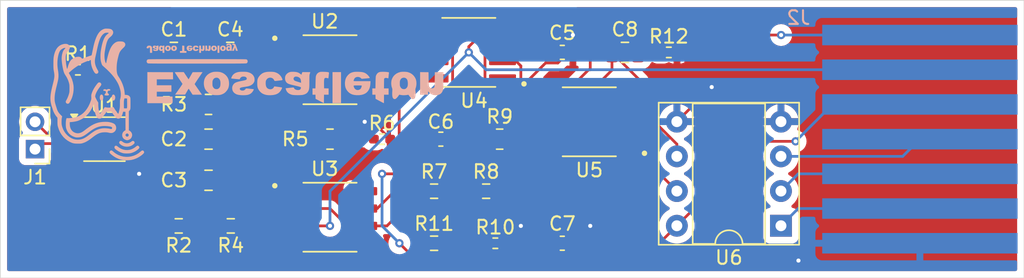
<source format=kicad_pcb>
(kicad_pcb (version 20240108) (generator "pcbnew") (generator_version "8.0")
  (layers (0 "F.Cu" signal) (31 "B.Cu" signal) (34 "B.Paste" user) (35 "F.Paste" user) (36 "B.SilkS" user "B.Silkscreen") (37 "F.SilkS" user "F.Silkscreen") (38 "B.Mask" user) (39 "F.Mask" user) (44 "Edge.Cuts" user))
  (net 0 "")
  (net 1 "Net-(C1-Pad2)")
  (net 2 "Net-(C1-Pad1)")
  (net 3 "Net-(U2--)")
  (net 4 "Net-(C2-Pad1)")
  (net 5 "Net-(U3-+)")
  (net 6 "GND")
  (net 7 "Net-(U4-+)")
  (net 8 "Net-(C6-Pad2)")
  (net 9 "Net-(C6-Pad1)")
  (net 10 "Net-(U5-+)")
  (net 11 "Net-(U6-P0W)")
  (net 12 "Out")
  (net 13 "Electrode")
  (net 14 "Ref_Electrode")
  (net 15 "CKL")
  (net 16 "Vss")
  (net 17 "SDI")
  (net 18 "CS")
  (net 19 "Vdd")
  (net 20 "Net-(R1-Pad1)")
  (net 21 "Net-(R1-Pad2)")
  (net 22 "Net-(U3--)")
  (net 23 "Net-(U2-+)")
  (net 24 "Net-(U4--)")
  (net 35 "Net-(U5--)")
  (footprint "Package_DIP:DIP-8_W7.62mm_Socket" (layer "F.Cu") (at 134.61 87.62 180)
    (property "Reference" "U6" (at 3.81 -2.33 0) (layer "F.SilkS"))
    (property "Value" "MCP4161" (hide yes))
    (pad "1" thru_hole rect (at 0 0 180) (size 1.6 1.6) (drill 0.8) (layers "*.Cu" "*.Mask") (net 18 "CS"))
    (pad "2" thru_hole oval (at 0 2.54 180) (size 1.6 1.6) (drill 0.8) (layers "*.Cu" "*.Mask") (net 15 "CKL"))
    (pad "3" thru_hole oval (at 0 5.08 180) (size 1.6 1.6) (drill 0.8) (layers "*.Cu" "*.Mask") (net 17 "SDI"))
    (pad "4" thru_hole oval (at 0 7.62 180) (size 1.6 1.6) (drill 0.8) (layers "*.Cu" "*.Mask") (net 6 "GND"))
    (pad "5" thru_hole oval (at 7.62 7.62 180) (size 1.6 1.6) (drill 0.8) (layers "*.Cu" "*.Mask") (net 6 "GND"))
    (pad "6" thru_hole oval (at 7.62 5.08 180) (size 1.6 1.6) (drill 0.8) (layers "*.Cu" "*.Mask") (net 11 "Net-(U6-P0W)"))
    (pad "7" thru_hole oval (at 7.62 2.54 180) (size 1.6 1.6) (drill 0.8) (layers "*.Cu" "*.Mask") (net 35 "Net-(U5--)"))
    (pad "8" thru_hole oval (at 7.62 0 180) (size 1.6 1.6) (drill 0.8) (layers "*.Cu" "*.Mask") (net 19 "Vdd"))
  )
  (footprint "Capacitor_SMD:C_0603_1608Metric" (layer "F.Cu") (at 118.605 88.9)
    (property "Reference" "C7" (at 0 -1.43 0) (layer "F.SilkS"))
    (property "Value" "0.22uF" (hide yes))
    (pad "1" smd roundrect (at -0.775 0) (size 0.9 0.95) (layers "F.Cu" "F.Paste" "F.Mask") (net 10 "Net-(U5-+)"))
    (pad "2" smd roundrect (at 0.775 0) (size 0.9 0.95) (layers "F.Cu" "F.Paste" "F.Mask") (net 6 "GND"))
  )
  (footprint "Package_SO:VSSOP-8_3x3mm_P0.65mm" (layer "F.Cu") (at 85.09 81.28)
    (property "Reference" "U1" (at 0 -2.45 0) (layer "F.SilkS"))
    (property "Value" "INA823" (hide yes))
    (pad "1" smd roundrect (at -2.1125 -0.975) (size 1.625 0.5) (layers "F.Cu" "F.Paste" "F.Mask") (net 20 "Net-(R1-Pad1)"))
    (pad "2" smd roundrect (at -2.1125 -0.325) (size 1.625 0.5) (layers "F.Cu" "F.Paste" "F.Mask") (net 14 "Ref_Electrode"))
    (pad "3" smd roundrect (at -2.1125 0.325) (size 1.625 0.5) (layers "F.Cu" "F.Paste" "F.Mask") (net 13 "Electrode"))
    (pad "4" smd roundrect (at -2.1125 0.975) (size 1.625 0.5) (layers "F.Cu" "F.Paste" "F.Mask") (net 16 "Vss"))
    (pad "5" smd roundrect (at 2.1125 0.975) (size 1.625 0.5) (layers "F.Cu" "F.Paste" "F.Mask") (net 6 "GND"))
    (pad "6" smd roundrect (at 2.1125 0.325) (size 1.625 0.5) (layers "F.Cu" "F.Paste" "F.Mask") (net 2 "Net-(C1-Pad1)"))
    (pad "7" smd roundrect (at 2.1125 -0.325) (size 1.625 0.5) (layers "F.Cu" "F.Paste" "F.Mask") (net 19 "Vdd"))
    (pad "8" smd roundrect (at 2.1125 -0.975) (size 1.625 0.5) (layers "F.Cu" "F.Paste" "F.Mask") (net 21 "Net-(R1-Pad2)"))
  )
  (footprint "Capacitor_SMD:C_0805_2012Metric" (layer "F.Cu") (at 92.71 84.29)
    (property "Reference" "C3" (at -2.54 0 0) (layer "F.SilkS"))
    (property "Value" "1uF" (hide yes))
    (pad "1" smd roundrect (at -0.95 0) (size 1 1.45) (layers "F.Cu" "F.Paste" "F.Mask") (net 4 "Net-(C2-Pad1)"))
    (pad "2" smd roundrect (at 0.95 0) (size 1 1.45) (layers "F.Cu" "F.Paste" "F.Mask") (net 3 "Net-(U2--)"))
  )
  (footprint "Capacitor_SMD:C_0805_2012Metric" (layer "F.Cu") (at 92.71 81.28)
    (property "Reference" "C2" (at -2.54 0 0) (layer "F.SilkS"))
    (property "Value" "1uF" (hide yes))
    (pad "1" smd roundrect (at -0.95 0) (size 1 1.45) (layers "F.Cu" "F.Paste" "F.Mask") (net 4 "Net-(C2-Pad1)"))
    (pad "2" smd roundrect (at 0.95 0) (size 1 1.45) (layers "F.Cu" "F.Paste" "F.Mask") (net 3 "Net-(U2--)"))
  )
  (footprint "Capacitor_SMD:C_0805_2012Metric" (layer "F.Cu") (at 90.17 74.93)
    (property "Reference" "C1" (at 0 -1.68 0) (layer "F.SilkS"))
    (property "Value" "1uF" (hide yes))
    (pad "1" smd roundrect (at -0.95 0) (size 1 1.45) (layers "F.Cu" "F.Paste" "F.Mask") (net 2 "Net-(C1-Pad1)"))
    (pad "2" smd roundrect (at 0.95 0) (size 1 1.45) (layers "F.Cu" "F.Paste" "F.Mask") (net 1 "Net-(C1-Pad2)"))
  )
  (footprint "LF356M:SOIC127P599X175-8N" (layer "F.Cu") (at 101.6 86.995)
    (property "Reference" "U3" (at -0.385 -3.537 0) (layer "F.SilkS"))
    (property "Value" "LF356N" (hide yes))
    (pad "1" smd roundrect (at -2.47 -1.905) (size 1.97 0.6) (layers "F.Cu" "F.Paste" "F.Mask") (roundrect_rratio 0.125))
    (pad "2" smd roundrect (at -2.47 -0.635) (size 1.97 0.6) (layers "F.Cu" "F.Paste" "F.Mask") (roundrect_rratio 0.125) (net 22 "Net-(U3--)"))
    (pad "3" smd roundrect (at -2.47 0.635) (size 1.97 0.6) (layers "F.Cu" "F.Paste" "F.Mask") (roundrect_rratio 0.125) (net 5 "Net-(U3-+)"))
    (pad "4" smd roundrect (at -2.47 1.905) (size 1.97 0.6) (layers "F.Cu" "F.Paste" "F.Mask") (roundrect_rratio 0.125) (net 16 "Vss"))
    (pad "5" smd roundrect (at 2.47 1.905) (size 1.97 0.6) (layers "F.Cu" "F.Paste" "F.Mask") (roundrect_rratio 0.125))
    (pad "6" smd roundrect (at 2.47 0.635) (size 1.97 0.6) (layers "F.Cu" "F.Paste" "F.Mask") (roundrect_rratio 0.125) (net 22 "Net-(U3--)"))
    (pad "7" smd roundrect (at 2.47 -0.635) (size 1.97 0.6) (layers "F.Cu" "F.Paste" "F.Mask") (roundrect_rratio 0.125) (net 19 "Vdd"))
    (pad "8" smd roundrect (at 2.47 -1.905) (size 1.97 0.6) (layers "F.Cu" "F.Paste" "F.Mask") (roundrect_rratio 0.125))
  )
  (footprint "Resistor_SMD:R_0603_1608Metric_Pad0.98x0.95mm_HandSolder" (layer "F.Cu") (at 90.5275 87.63 180)
    (property "Reference" "R2" (at 0 -1.43 0) (layer "F.SilkS"))
    (property "Value" "2640" (hide yes))
    (pad "1" smd roundrect (at -0.9125 0 180) (size 0.975 0.95) (layers "F.Cu" "F.Paste" "F.Mask") (net 4 "Net-(C2-Pad1)"))
    (pad "2" smd roundrect (at 0.9125 0 180) (size 0.975 0.95) (layers "F.Cu" "F.Paste" "F.Mask") (net 2 "Net-(C1-Pad1)"))
  )
  (footprint "Resistor_SMD:R_0402_1005Metric_Pad0.72x0.64mm_HandSolder" (layer "F.Cu") (at 105.41 81.28)
    (property "Reference" "R6" (at 0 -1.17 0) (layer "F.SilkS"))
    (property "Value" "1k" (hide yes))
    (pad "1" smd roundrect (at -0.5975 0) (size 0.715 0.64) (layers "F.Cu" "F.Paste" "F.Mask") (net 23 "Net-(U2-+)"))
    (pad "2" smd roundrect (at 0.5975 0) (size 0.715 0.64) (layers "F.Cu" "F.Paste" "F.Mask") (net 6 "GND"))
  )
  (footprint "Resistor_SMD:R_0402_1005Metric_Pad0.72x0.64mm_HandSolder" (layer "F.Cu") (at 83.1475 76.2)
    (property "Reference" "R1" (at 0 -1.17 0) (layer "F.SilkS"))
    (property "Value" "1k" (hide yes))
    (pad "1" smd roundrect (at -0.5975 0) (size 0.715 0.64) (layers "F.Cu" "F.Paste" "F.Mask") (net 20 "Net-(R1-Pad1)"))
    (pad "2" smd roundrect (at 0.5975 0) (size 0.715 0.64) (layers "F.Cu" "F.Paste" "F.Mask") (net 21 "Net-(R1-Pad2)"))
  )
  (footprint "LF356M:SOIC127P599X175-8N" (layer "F.Cu") (at 101.6 76.2)
    (property "Reference" "U2" (at -0.385 -3.537 0) (layer "F.SilkS"))
    (property "Value" "LF356N" (hide yes))
    (pad "1" smd roundrect (at -2.47 -1.905) (size 1.97 0.6) (layers "F.Cu" "F.Paste" "F.Mask") (roundrect_rratio 0.125))
    (pad "2" smd roundrect (at -2.47 -0.635) (size 1.97 0.6) (layers "F.Cu" "F.Paste" "F.Mask") (roundrect_rratio 0.125) (net 3 "Net-(U2--)"))
    (pad "3" smd roundrect (at -2.47 0.635) (size 1.97 0.6) (layers "F.Cu" "F.Paste" "F.Mask") (roundrect_rratio 0.125) (net 23 "Net-(U2-+)"))
    (pad "4" smd roundrect (at -2.47 1.905) (size 1.97 0.6) (layers "F.Cu" "F.Paste" "F.Mask") (roundrect_rratio 0.125) (net 16 "Vss"))
    (pad "5" smd roundrect (at 2.47 1.905) (size 1.97 0.6) (layers "F.Cu" "F.Paste" "F.Mask") (roundrect_rratio 0.125))
    (pad "6" smd roundrect (at 2.47 0.635) (size 1.97 0.6) (layers "F.Cu" "F.Paste" "F.Mask") (roundrect_rratio 0.125) (net 3 "Net-(U2--)"))
    (pad "7" smd roundrect (at 2.47 -0.635) (size 1.97 0.6) (layers "F.Cu" "F.Paste" "F.Mask") (roundrect_rratio 0.125) (net 19 "Vdd"))
    (pad "8" smd roundrect (at 2.47 -1.905) (size 1.97 0.6) (layers "F.Cu" "F.Paste" "F.Mask") (roundrect_rratio 0.125))
  )
  (footprint "Resistor_SMD:R_0603_1608Metric_Pad0.98x0.95mm_HandSolder" (layer "F.Cu") (at 109.22 88.9)
    (property "Reference" "R11" (at 0 -1.43 0) (layer "F.SilkS"))
    (property "Value" "10k" (hide yes))
    (pad "1" smd roundrect (at -0.9125 0) (size 0.975 0.95) (layers "F.Cu" "F.Paste" "F.Mask") (net 9 "Net-(C6-Pad1)"))
    (pad "2" smd roundrect (at 0.9125 0) (size 0.975 0.95) (layers "F.Cu" "F.Paste" "F.Mask") (net 10 "Net-(U5-+)"))
  )
  (footprint "Capacitor_SMD:C_0805_2012Metric" (layer "F.Cu") (at 94.3 74.93)
    (property "Reference" "C4" (at 0 -1.68 0) (layer "F.SilkS"))
    (property "Value" "1uF" (hide yes))
    (pad "1" smd roundrect (at -0.95 0) (size 1 1.45) (layers "F.Cu" "F.Paste" "F.Mask") (net 1 "Net-(C1-Pad2)"))
    (pad "2" smd roundrect (at 0.95 0) (size 1 1.45) (layers "F.Cu" "F.Paste" "F.Mask") (net 5 "Net-(U3-+)"))
  )
  (footprint "Resistor_SMD:R_0603_1608Metric_Pad0.98x0.95mm_HandSolder" (layer "F.Cu") (at 109.22 85.09)
    (property "Reference" "R7" (at 0 -1.43 0) (layer "F.SilkS"))
    (property "Value" "10k" (hide yes))
    (pad "1" smd roundrect (at -0.9125 0) (size 0.975 0.95) (layers "F.Cu" "F.Paste" "F.Mask") (net 22 "Net-(U3--)"))
    (pad "2" smd roundrect (at 0.9125 0) (size 0.975 0.95) (layers "F.Cu" "F.Paste" "F.Mask") (net 8 "Net-(C6-Pad2)"))
  )
  (footprint "Resistor_SMD:R_0402_1005Metric_Pad0.72x0.64mm_HandSolder" (layer "F.Cu") (at 126.4025 74.93)
    (property "Reference" "R12" (at 0 -1.17 0) (layer "F.SilkS"))
    (property "Value" "150k" (hide yes))
    (pad "1" smd roundrect (at -0.5975 0) (size 0.715 0.64) (layers "F.Cu" "F.Paste" "F.Mask") (net 12 "Out"))
    (pad "2" smd roundrect (at 0.5975 0) (size 0.715 0.64) (layers "F.Cu" "F.Paste" "F.Mask") (net 6 "GND"))
  )
  (footprint "Connector_PinHeader_2.00mm:PinHeader_1x02_P2.00mm_Vertical" (layer "F.Cu") (at 80.01 82.01 180)
    (property "Reference" "J1" (at 0 -2.06 0) (layer "F.SilkS"))
    (property "Value" "Conn_01x02_Pin" (hide yes))
    (pad "1" thru_hole rect (at 0 0 180) (size 1.35 1.35) (drill 0.8) (layers "*.Cu" "*.Mask") (net 13 "Electrode"))
    (pad "2" thru_hole oval (at 0 2 180) (size 1.35 1.35) (drill 0.8) (layers "*.Cu" "*.Mask") (net 14 "Ref_Electrode"))
  )
  (footprint "Resistor_SMD:R_0805_2012Metric_Pad1.20x1.40mm_HandSolder" (layer "F.Cu") (at 101.6 81.28)
    (property "Reference" "R5" (at -2.54 0 0) (layer "F.SilkS"))
    (property "Value" "100" (hide yes))
    (pad "1" smd roundrect (at -1 0) (size 1.2 1.4) (layers "F.Cu" "F.Paste" "F.Mask") (roundrect_rratio 0.208333) (net 22 "Net-(U3--)"))
    (pad "2" smd roundrect (at 1 0) (size 1.2 1.4) (layers "F.Cu" "F.Paste" "F.Mask") (roundrect_rratio 0.208333) (net 23 "Net-(U2-+)"))
  )
  (footprint "Resistor_SMD:R_0603_1608Metric_Pad0.98x0.95mm_HandSolder" (layer "F.Cu") (at 94.3375 87.63 180)
    (property "Reference" "R4" (at 0 -1.43 0) (layer "F.SilkS"))
    (property "Value" "2640" (hide yes))
    (pad "1" smd roundrect (at -0.9125 0 180) (size 0.975 0.95) (layers "F.Cu" "F.Paste" "F.Mask") (net 5 "Net-(U3-+)"))
    (pad "2" smd roundrect (at 0.9125 0 180) (size 0.975 0.95) (layers "F.Cu" "F.Paste" "F.Mask") (net 4 "Net-(C2-Pad1)"))
  )
  (footprint "Capacitor_SMD:C_0805_2012Metric" (layer "F.Cu") (at 123.19 74.93)
    (property "Reference" "C8" (at 0 -1.68 0) (layer "F.SilkS"))
    (property "Value" "1uF" (hide yes))
    (pad "1" smd roundrect (at -0.95 0) (size 1 1.45) (layers "F.Cu" "F.Paste" "F.Mask") (net 11 "Net-(U6-P0W)"))
    (pad "2" smd roundrect (at 0.95 0) (size 1 1.45) (layers "F.Cu" "F.Paste" "F.Mask") (net 12 "Out"))
  )
  (footprint "LF356M:SOIC127P599X175-8N" (layer "F.Cu") (at 111.76 74.93 180)
    (property "Reference" "U4" (at -0.385 -3.537 0) (layer "F.SilkS"))
    (property "Value" "LF356N" (hide yes))
    (pad "1" smd roundrect (at -2.47 -1.905 180) (size 1.97 0.6) (layers "F.Cu" "F.Paste" "F.Mask") (roundrect_rratio 0.125))
    (pad "2" smd roundrect (at -2.47 -0.635 180) (size 1.97 0.6) (layers "F.Cu" "F.Paste" "F.Mask") (roundrect_rratio 0.125) (net 24 "Net-(U4--)"))
    (pad "3" smd roundrect (at -2.47 0.635 180) (size 1.97 0.6) (layers "F.Cu" "F.Paste" "F.Mask") (roundrect_rratio 0.125) (net 7 "Net-(U4-+)"))
    (pad "4" smd roundrect (at -2.47 1.905 180) (size 1.97 0.6) (layers "F.Cu" "F.Paste" "F.Mask") (roundrect_rratio 0.125) (net 16 "Vss"))
    (pad "5" smd roundrect (at 2.47 1.905 180) (size 1.97 0.6) (layers "F.Cu" "F.Paste" "F.Mask") (roundrect_rratio 0.125))
    (pad "6" smd roundrect (at 2.47 0.635 180) (size 1.97 0.6) (layers "F.Cu" "F.Paste" "F.Mask") (roundrect_rratio 0.125) (net 9 "Net-(C6-Pad1)"))
    (pad "7" smd roundrect (at 2.47 -0.635 180) (size 1.97 0.6) (layers "F.Cu" "F.Paste" "F.Mask") (roundrect_rratio 0.125) (net 19 "Vdd"))
    (pad "8" smd roundrect (at 2.47 -1.905 180) (size 1.97 0.6) (layers "F.Cu" "F.Paste" "F.Mask") (roundrect_rratio 0.125))
  )
  (footprint "Resistor_SMD:R_0402_1005Metric_Pad0.72x0.64mm_HandSolder" (layer "F.Cu") (at 113.7025 88.9)
    (property "Reference" "R10" (at 0 -1.17 0) (layer "F.SilkS"))
    (property "Value" "1k" (hide yes))
    (pad "1" smd roundrect (at -0.5975 0) (size 0.715 0.64) (layers "F.Cu" "F.Paste" "F.Mask") (net 24 "Net-(U4--)"))
    (pad "2" smd roundrect (at 0.5975 0) (size 0.715 0.64) (layers "F.Cu" "F.Paste" "F.Mask") (net 6 "GND"))
  )
  (footprint "Resistor_SMD:R_0805_2012Metric_Pad1.20x1.40mm_HandSolder" (layer "F.Cu") (at 114.02 81.28)
    (property "Reference" "R9" (at 0 -1.65 0) (layer "F.SilkS"))
    (property "Value" "100" (hide yes))
    (pad "1" smd roundrect (at -1 0) (size 1.2 1.4) (layers "F.Cu" "F.Paste" "F.Mask") (roundrect_rratio 0.208333) (net 9 "Net-(C6-Pad1)"))
    (pad "2" smd roundrect (at 1 0) (size 1.2 1.4) (layers "F.Cu" "F.Paste" "F.Mask") (roundrect_rratio 0.208333) (net 24 "Net-(U4--)"))
  )
  (footprint "Capacitor_SMD:C_0603_1608Metric" (layer "F.Cu") (at 118.605 74.93)
    (property "Reference" "C5" (at 0 -1.43 0) (layer "F.SilkS"))
    (property "Value" "0.22uF" (hide yes))
    (pad "1" smd roundrect (at -0.775 0) (size 0.9 0.95) (layers "F.Cu" "F.Paste" "F.Mask") (net 7 "Net-(U4-+)"))
    (pad "2" smd roundrect (at 0.775 0) (size 0.9 0.95) (layers "F.Cu" "F.Paste" "F.Mask") (net 6 "GND"))
  )
  (footprint "Resistor_SMD:R_0805_2012Metric_Pad1.20x1.40mm_HandSolder" (layer "F.Cu") (at 92.71 78.74)
    (property "Reference" "R3" (at -2.54 0 0) (layer "F.SilkS"))
    (property "Value" "1320" (hide yes))
    (pad "1" smd roundrect (at -1 0) (size 1.2 1.4) (layers "F.Cu" "F.Paste" "F.Mask") (roundrect_rratio 0.208333) (net 1 "Net-(C1-Pad2)"))
    (pad "2" smd roundrect (at 1 0) (size 1.2 1.4) (layers "F.Cu" "F.Paste" "F.Mask") (roundrect_rratio 0.208333) (net 3 "Net-(U2--)"))
  )
  (footprint "Capacitor_SMD:C_0603_1608Metric" (layer "F.Cu") (at 109.715 81.28 180)
    (property "Reference" "C6" (at 0 1.27 0) (layer "F.SilkS"))
    (property "Value" "0.22uF" (hide yes))
    (pad "1" smd roundrect (at -0.775 0 180) (size 0.9 0.95) (layers "F.Cu" "F.Paste" "F.Mask") (net 9 "Net-(C6-Pad1)"))
    (pad "2" smd roundrect (at 0.775 0 180) (size 0.9 0.95) (layers "F.Cu" "F.Paste" "F.Mask") (net 8 "Net-(C6-Pad2)"))
  )
  (footprint "Resistor_SMD:R_0603_1608Metric_Pad0.98x0.95mm_HandSolder" (layer "F.Cu") (at 113.03 85.09)
    (property "Reference" "R8" (at 0 -1.43 0) (layer "F.SilkS"))
    (property "Value" "10k" (hide yes))
    (pad "1" smd roundrect (at -0.9125 0) (size 0.975 0.95) (layers "F.Cu" "F.Paste" "F.Mask") (net 8 "Net-(C6-Pad2)"))
    (pad "2" smd roundrect (at 0.9125 0) (size 0.975 0.95) (layers "F.Cu" "F.Paste" "F.Mask") (net 7 "Net-(U4-+)"))
  )
  (footprint "LF356M:SOIC127P599X175-8N" (layer "F.Cu") (at 120.58 80.01 180)
    (property "Reference" "U5" (at 0 -3.537 0) (layer "F.SilkS"))
    (property "Value" "LF356N" (hide yes))
    (pad "1" smd roundrect (at -2.47 -1.905 180) (size 1.97 0.6) (layers "F.Cu" "F.Paste" "F.Mask") (roundrect_rratio 0.125))
    (pad "2" smd roundrect (at -2.47 -0.635 180) (size 1.97 0.6) (layers "F.Cu" "F.Paste" "F.Mask") (roundrect_rratio 0.125) (net 35 "Net-(U5--)"))
    (pad "3" smd roundrect (at -2.47 0.635 180) (size 1.97 0.6) (layers "F.Cu" "F.Paste" "F.Mask") (roundrect_rratio 0.125) (net 10 "Net-(U5-+)"))
    (pad "4" smd roundrect (at -2.47 1.905 180) (size 1.97 0.6) (layers "F.Cu" "F.Paste" "F.Mask") (roundrect_rratio 0.125) (net 16 "Vss"))
    (pad "5" smd roundrect (at 2.47 1.905 180) (size 1.97 0.6) (layers "F.Cu" "F.Paste" "F.Mask") (roundrect_rratio 0.125))
    (pad "6" smd roundrect (at 2.47 0.635 180) (size 1.97 0.6) (layers "F.Cu" "F.Paste" "F.Mask") (roundrect_rratio 0.125) (net 11 "Net-(U6-P0W)"))
    (pad "7" smd roundrect (at 2.47 -0.635 180) (size 1.97 0.6) (layers "F.Cu" "F.Paste" "F.Mask") (roundrect_rratio 0.125) (net 19 "Vdd"))
    (pad "8" smd roundrect (at 2.47 -1.905 180) (size 1.97 0.6) (layers "F.Cu" "F.Paste" "F.Mask") (roundrect_rratio 0.125))
  )
  (footprint "Connector_PinHeader_1.00mm:GoldFingers_1x07_P2.50mm" (layer "B.Cu") (at 144.78 81.28 180)
    (property "Reference" "J2" (at 8.89 8.89 0) (layer "B.SilkS") (effects (justify mirror)))
    (property "Value" "Conn_01x07_Pin" (hide yes))
    (pad "1" connect rect (at 0 7.62 90) (size 1.5 14.3) (layers "B.Cu" "B.Mask") (net 12 "Out"))
    (pad "2" connect rect (at 0 5.08 90) (size 1.5 14.3) (layers "B.Cu" "B.Mask") (net 16 "Vss"))
    (pad "3" connect rect (at 0 2.54 90) (size 1.5 14.3) (layers "B.Cu" "B.Mask") (net 19 "Vdd"))
    (pad "4" connect rect (at 0 0 90) (size 1.5 14.3) (layers "B.Cu" "B.Mask") (net 17 "SDI"))
    (pad "5" connect rect (at 0 -2.54 90) (size 1.5 14.3) (layers "B.Cu" "B.Mask") (net 15 "CKL"))
    (pad "6" connect rect (at 0 -5.08 90) (size 1.5 14.3) (layers "B.Cu" "B.Mask") (net 18 "CS"))
    (pad "7" connect rect (at 0 -7.62 90) (size 1.5 14.3) (layers "B.Cu" "B.Mask") (net 6 "GND"))
  )
  (footprint "logo:logo_Horizontal_small" (layer "B.Cu") (at 95.55 78.04)
    (property "Reference" "G***" (hide yes))
    (property "Value" "LOGO" (hide yes))
  )
  (gr_rect (start 77.47 71.12) (end 152.4 91.44) (stroke (width 0.05)) (fill none) (layer "Edge.Cuts"))
  (segment (start 91.12 78.15) (end 91.71 78.74) (width 0.2) (layer "F.Cu") (net 1))
  (segment (start 91.12 74.93) (end 91.12 78.15) (width 0.2) (layer "F.Cu") (net 1))
  (segment (start 91.12 74.93) (end 93.35 74.93) (width 0.2) (layer "F.Cu") (net 1))
  (segment (start 88.014999 81.605) (end 87.2025 81.605) (width 0.2) (layer "F.Cu") (net 2))
  (segment (start 89.22 80.399999) (end 89.22 74.93) (width 0.2) (layer "F.Cu") (net 2))
  (segment (start 89.615 83.205001) (end 88.014999 81.605) (width 0.2) (layer "F.Cu") (net 2))
  (segment (start 89.615 87.63) (end 89.615 83.205001) (width 0.2) (layer "F.Cu") (net 2))
  (segment (start 88.014999 81.605) (end 89.22 80.399999) (width 0.2) (layer "F.Cu") (net 2))
  (segment (start 100.33 75.565) (end 101.6 76.835) (width 0.2) (layer "F.Cu") (net 3))
  (segment (start 93.66 84.29) (end 93.66 81.28) (width 0.2) (layer "F.Cu") (net 3))
  (segment (start 94.28 74.390256) (end 94.765256 73.905) (width 0.2) (layer "F.Cu") (net 3))
  (segment (start 99.13 75.565) (end 100.33 75.565) (width 0.2) (layer "F.Cu") (net 3))
  (segment (start 93.71 78.74) (end 93.71 78.04) (width 0.2) (layer "F.Cu") (net 3))
  (segment (start 101.6 76.835) (end 104.07 76.835) (width 0.2) (layer "F.Cu") (net 3))
  (segment (start 93.71 81.23) (end 93.66 81.28) (width 0.2) (layer "F.Cu") (net 3))
  (segment (start 94.765256 73.905) (end 95.734744 73.905) (width 0.2) (layer "F.Cu") (net 3))
  (segment (start 94.28 77.47) (end 94.28 74.390256) (width 0.2) (layer "F.Cu") (net 3))
  (segment (start 95.734744 73.905) (end 97.394744 75.565) (width 0.2) (layer "F.Cu") (net 3))
  (segment (start 93.71 78.04) (end 94.28 77.47) (width 0.2) (layer "F.Cu") (net 3))
  (segment (start 97.394744 75.565) (end 99.13 75.565) (width 0.2) (layer "F.Cu") (net 3))
  (segment (start 93.71 78.74) (end 93.71 81.23) (width 0.2) (layer "F.Cu") (net 3))
  (segment (start 91.76 84.77) (end 91.44 85.09) (width 0.2) (layer "F.Cu") (net 4))
  (segment (start 91.44 85.09) (end 91.44 87.63) (width 0.2) (layer "F.Cu") (net 4))
  (segment (start 91.76 85.965) (end 93.425 87.63) (width 0.2) (layer "F.Cu") (net 4))
  (segment (start 91.76 84.29) (end 91.76 85.965) (width 0.2) (layer "F.Cu") (net 4))
  (segment (start 91.76 84.29) (end 91.76 81.28) (width 0.2) (layer "F.Cu") (net 4))
  (segment (start 91.76 84.29) (end 91.76 84.77) (width 0.2) (layer "F.Cu") (net 4))
  (segment (start 95.25 74.93) (end 95.25 87.63) (width 0.2) (layer "F.Cu") (net 5))
  (segment (start 95.25 87.63) (end 99.13 87.63) (width 0.2) (layer "F.Cu") (net 5))
  (segment (start 134.61 80) (end 132.07 80) (width 0.2) (layer "F.Cu") (net 6))
  (segment (start 87.63 82.6825) (end 87.63 83.82) (width 0.2) (layer "F.Cu") (net 6))
  (segment (start 129.52 77.47) (end 129.54 77.47) (width 0.2) (layer "F.Cu") (net 6))
  (segment (start 114.3 88.9) (end 115.57 87.63) (width 0.2) (layer "F.Cu") (net 6))
  (segment (start 119.38 88.9) (end 120.65 87.63) (width 0.2) (layer "F.Cu") (net 6))
  (segment (start 132.07 80) (end 129.54 77.47) (width 0.2) (layer "F.Cu") (net 6))
  (segment (start 87.2025 82.255) (end 87.63 82.6825) (width 0.2) (layer "F.Cu") (net 6))
  (segment (start 104.7375 80.01) (end 104.14 80.01) (width 0.2) (layer "F.Cu") (net 6))
  (segment (start 126.99 80) (end 129.52 77.47) (width 0.2) (layer "F.Cu") (net 6))
  (segment (start 106.0075 81.28) (end 104.7375 80.01) (width 0.2) (layer "F.Cu") (net 6))
  (segment (start 129.54 77.47) (end 127 74.93) (width 0.2) (layer "F.Cu") (net 6))
  (segment (start 119.38 74.93) (end 119.38 73.66) (width 0.2) (layer "F.Cu") (net 6))
  (via (at 104.14 80.01) (size 0.6) (drill 0.3) (layers "F.Cu" "B.Cu") (net 6))
  (via (at 120.65 87.63) (size 0.6) (drill 0.3) (layers "F.Cu" "B.Cu") (net 6))
  (via (at 87.63 83.82) (size 0.6) (drill 0.3) (layers "F.Cu" "B.Cu") (net 6))
  (via (at 129.54 77.47) (size 0.6) (drill 0.3) (layers "F.Cu" "B.Cu") (net 6))
  (via (at 135.89 90.17) (size 0.6) (drill 0.3) (layers "F.Cu" "B.Cu") (net 6))
  (via (at 115.57 87.63) (size 0.6) (drill 0.3) (layers "F.Cu" "B.Cu") (net 6))
  (via (at 119.38 73.66) (size 0.6) (drill 0.3) (layers "F.Cu" "B.Cu") (net 6))
  (segment (start 144.78 88.9) (end 137.16 88.9) (width 0.2) (layer "B.Cu") (net 6))
  (segment (start 137.16 88.9) (end 135.89 90.17) (width 0.2) (layer "B.Cu") (net 6))
  (segment (start 113.83259 74.295) (end 114.23 74.295) (width 0.2) (layer "F.Cu") (net 7))
  (segment (start 112.945 77.21741) (end 112.945 75.18259) (width 0.2) (layer "F.Cu") (net 7))
  (segment (start 114.23 74.295) (end 117.195 74.295) (width 0.2) (layer "F.Cu") (net 7))
  (segment (start 113.9425 85.09) (end 113.9425 78.21491) (width 0.2) (layer "F.Cu") (net 7))
  (segment (start 112.945 75.18259) (end 113.83259 74.295) (width 0.2) (layer "F.Cu") (net 7))
  (segment (start 113.9425 78.21491) (end 112.945 77.21741) (width 0.2) (layer "F.Cu") (net 7))
  (segment (start 117.195 74.295) (end 117.83 74.93) (width 0.2) (layer "F.Cu") (net 7))
  (segment (start 110.1325 82.55) (end 110.1325 85.09) (width 0.2) (layer "F.Cu") (net 8))
  (segment (start 108.94 81.3575) (end 110.1325 82.55) (width 0.2) (layer "F.Cu") (net 8))
  (segment (start 112.1175 85.09) (end 110.1325 85.09) (width 0.2) (layer "F.Cu") (net 8))
  (segment (start 108.94 81.28) (end 108.94 81.3575) (width 0.2) (layer "F.Cu") (net 8))
  (segment (start 113.02 81.28) (end 110.49 81.28) (width 0.2) (layer "F.Cu") (net 9))
  (segment (start 109.29 74.295) (end 110.274999 74.295) (width 0.2) (layer "F.Cu") (net 9))
  (segment (start 110.575 74.595001) (end 110.575 81.195) (width 0.2) (layer "F.Cu") (net 9))
  (segment (start 107.52 81.476304) (end 107.52 83.048278) (width 0.2) (layer "F.Cu") (net 9))
  (segment (start 110.274999 74.295) (end 110.575 74.595001) (width 0.2) (layer "F.Cu") (net 9))
  (segment (start 109.22 84.748278) (end 109.22 87.9875) (width 0.2) (layer "F.Cu") (net 9))
  (segment (start 107.52 83.048278) (end 109.22 84.748278) (width 0.2) (layer "F.Cu") (net 9))
  (segment (start 109.715 80.505) (end 108.491304 80.505) (width 0.2) (layer "F.Cu") (net 9))
  (segment (start 108.491304 80.505) (end 107.52 81.476304) (width 0.2) (layer "F.Cu") (net 9))
  (segment (start 110.49 81.28) (end 109.715 80.505) (width 0.2) (layer "F.Cu") (net 9))
  (segment (start 110.575 81.195) (end 110.49 81.28) (width 0.2) (layer "F.Cu") (net 9))
  (segment (start 109.22 87.9875) (end 108.3075 88.9) (width 0.2) (layer "F.Cu") (net 9))
  (segment (start 117.21 89.52) (end 117.83 88.9) (width 0.2) (layer "F.Cu") (net 10))
  (segment (start 123.05 79.375) (end 122.65259 79.375) (width 0.2) (layer "F.Cu") (net 10))
  (segment (start 117.83 84.19759) (end 117.83 88.9) (width 0.2) (layer "F.Cu") (net 10))
  (segment (start 110.7525 89.52) (end 117.21 89.52) (width 0.2) (layer "F.Cu") (net 10))
  (segment (start 110.1325 88.9) (end 110.7525 89.52) (width 0.2) (layer "F.Cu") (net 10))
  (segment (start 122.65259 79.375) (end 117.83 84.19759) (width 0.2) (layer "F.Cu") (net 10))
  (segment (start 122.24 76.229999) (end 122.24 74.93) (width 0.2) (layer "F.Cu") (net 11))
  (segment (start 126.99 81.64759) (end 124.335 78.99259) (width 0.2) (layer "F.Cu") (net 11))
  (segment (start 118.11 79.375) (end 119.094999 79.375) (width 0.2) (layer "F.Cu") (net 11))
  (segment (start 126.99 82.54) (end 126.99 81.64759) (width 0.2) (layer "F.Cu") (net 11))
  (segment (start 119.094999 79.375) (end 122.24 76.229999) (width 0.2) (layer "F.Cu") (net 11))
  (segment (start 124.335 78.99259) (end 124.335 77.025) (width 0.2) (layer "F.Cu") (net 11))
  (segment (start 124.335 77.025) (end 122.24 74.93) (width 0.2) (layer "F.Cu") (net 11))
  (segment (start 134.62 73.66) (end 127.075 73.66) (width 0.2) (layer "F.Cu") (net 12))
  (segment (start 125.805 74.93) (end 125.73 74.93) (width 0.2) (layer "F.Cu") (net 12))
  (segment (start 127.075 73.66) (end 125.805 74.93) (width 0.2) (layer "F.Cu") (net 12))
  (segment (start 125.805 74.93) (end 124.14 74.93) (width 0.2) (layer "F.Cu") (net 12))
  (via (at 134.62 73.66) (size 0.6) (drill 0.3) (layers "F.Cu" "B.Cu") (net 12))
  (segment (start 144.78 73.66) (end 134.62 73.66) (width 0.2) (layer "B.Cu") (net 12))
  (segment (start 80.01 82.01) (end 80.415 81.605) (width 0.2) (layer "F.Cu") (net 13))
  (segment (start 80.415 81.605) (end 82.9775 81.605) (width 0.2) (layer "F.Cu") (net 13))
  (segment (start 80.955 80.955) (end 82.9775 80.955) (width 0.2) (layer "F.Cu") (net 14))
  (segment (start 80.01 80.01) (end 80.955 80.955) (width 0.2) (layer "F.Cu") (net 14))
  (segment (start 135.87 83.82) (end 134.61 85.08) (width 0.2) (layer "B.Cu") (net 15))
  (segment (start 144.78 83.82) (end 135.87 83.82) (width 0.2) (layer "B.Cu") (net 15))
  (segment (start 100.415 88.599999) (end 100.415 87.63) (width 0.2) (layer "F.Cu") (net 16))
  (segment (start 118.58 75.403696) (end 118.58 74.456304) (width 0.2) (layer "F.Cu") (net 16))
  (segment (start 100.19741 86.96) (end 98.06259 86.96) (width 0.2) (layer "F.Cu") (net 16))
  (segment (start 123.05 78.105) (end 122.31741 78.105) (width 0.2) (layer "F.Cu") (net 16))
  (segment (start 115.97 77.116304) (end 117.381304 75.705) (width 0.2) (layer "F.Cu") (net 16))
  (segment (start 89.6225 88.9) (end 82.9775 82.255) (width 0.2) (layer "F.Cu") (net 16))
  (segment (start 100.114999 88.9) (end 100.415 88.599999) (width 0.2) (layer "F.Cu") (net 16))
  (segment (start 117.04259 81.245) (end 115.97 80.17241) (width 0.2) (layer "F.Cu") (net 16))
  (segment (start 114.23 73.025) (end 113.245001 73.025) (width 0.2) (layer "F.Cu") (net 16))
  (segment (start 99.13 88.9) (end 100.114999 88.9) (width 0.2) (layer "F.Cu") (net 16))
  (segment (start 97.39 86.28741) (end 97.39 79.845) (width 0.2) (layer "F.Cu") (net 16))
  (segment (start 100.415 87.63) (end 100.415 87.17759) (width 0.2) (layer "F.Cu") (net 16))
  (segment (start 111.76 74.510001) (end 111.76 74.93) (width 0.2) (layer "F.Cu") (net 16))
  (segment (start 115.97 80.17241) (end 115.97 77.116304) (width 0.2) (layer "F.Cu") (net 16))
  (segment (start 118.278696 75.705) (end 118.58 75.403696) (width 0.2) (layer "F.Cu") (net 16))
  (segment (start 117.381304 75.705) (end 118.278696 75.705) (width 0.2) (layer "F.Cu") (net 16))
  (segment (start 117.148696 73.025) (end 114.23 73.025) (width 0.2) (layer "F.Cu") (net 16))
  (segment (start 101.6 87.63) (end 100.415 87.63) (width 0.2) (layer "F.Cu") (net 16))
  (segment (start 97.39 79.845) (end 99.13 78.105) (width 0.2) (layer "F.Cu") (net 16))
  (segment (start 113.245001 73.025) (end 111.76 74.510001) (width 0.2) (layer "F.Cu") (net 16))
  (segment (start 119.17741 81.245) (end 117.04259 81.245) (width 0.2) (layer "F.Cu") (net 16))
  (segment (start 118.58 74.456304) (end 117.148696 73.025) (width 0.2) (layer "F.Cu") (net 16))
  (segment (start 99.13 88.9) (end 89.6225 88.9) (width 0.2) (layer "F.Cu") (net 16))
  (segment (start 98.06259 86.96) (end 97.39 86.28741) (width 0.2) (layer "F.Cu") (net 16))
  (segment (start 100.415 87.17759) (end 100.19741 86.96) (width 0.2) (layer "F.Cu") (net 16))
  (segment (start 122.31741 78.105) (end 119.17741 81.245) (width 0.2) (layer "F.Cu") (net 16))
  (via (at 111.76 74.93) (size 0.6) (drill 0.3) (layers "F.Cu" "B.Cu") (net 16))
  (via (at 101.6 87.63) (size 0.6) (drill 0.3) (layers "F.Cu" "B.Cu") (net 16))
  (segment (start 113.03 76.2) (end 144.78 76.2) (width 0.2) (layer "B.Cu") (net 16))
  (segment (start 101.6 85.09) (end 101.6 87.63) (width 0.2) (layer "B.Cu") (net 16))
  (segment (start 111.76 74.93) (end 113.03 76.2) (width 0.2) (layer "B.Cu") (net 16))
  (segment (start 111.76 74.93) (end 101.6 85.09) (width 0.2) (layer "B.Cu") (net 16))
  (segment (start 143.52 82.54) (end 134.61 82.54) (width 0.2) (layer "B.Cu") (net 17))
  (segment (start 144.78 81.28) (end 143.52 82.54) (width 0.2) (layer "B.Cu") (net 17))
  (segment (start 144.78 86.36) (end 135.87 86.36) (width 0.2) (layer "B.Cu") (net 18))
  (segment (start 135.87 86.36) (end 134.61 87.62) (width 0.2) (layer "B.Cu") (net 18))
  (segment (start 116.825 78.99259) (end 116.84 78.97759) (width 0.2) (layer "F.Cu") (net 19))
  (segment (start 104.775 75.565) (end 104.07 75.565) (width 0.2) (layer "F.Cu") (net 19))
  (segment (start 88.014999 80.955) (end 88.42 80.549999) (width 0.2) (layer "F.Cu") (net 19))
  (segment (start 106.665 84.749999) (end 106.665 83.82) (width 0.2) (layer "F.Cu") (net 19))
  (segment (start 119.38 72.39) (end 107.95 72.39) (width 0.2) (layer "F.Cu") (net 19))
  (segment (start 103.085001 75.565) (end 104.07 75.565) (width 0.2) (layer "F.Cu") (net 19))
  (segment (start 126.99 87.62) (end 124.69 89.92) (width 0.2) (layer "F.Cu") (net 19))
  (segment (start 120.65 73.66) (end 119.38 72.39) (width 0.2) (layer "F.Cu") (net 19))
  (segment (start 116.825 77.72259) (end 117.04259 77.505) (width 0.2) (layer "F.Cu") (net 19))
  (segment (start 120.65 76.2) (end 120.65 73.66) (width 0.2) (layer "F.Cu") (net 19))
  (segment (start 119.226205 77.505) (end 120.531205 76.2) (width 0.2) (layer "F.Cu") (net 19))
  (segment (start 105.054999 86.36) (end 106.665 84.749999) (width 0.2) (layer "F.Cu") (net 19))
  (segment (start 116.84 78.50241) (end 116.825 78.48741) (width 0.2) (layer "F.Cu") (net 19))
  (segment (start 106.665 77.455) (end 104.775 75.565) (width 0.2) (layer "F.Cu") (net 19))
  (segment (start 126.99 87.62) (end 133.17 81.44) (width 0.2) (layer "F.Cu") (net 19))
  (segment (start 133.17 81.44) (end 135.68 81.44) (width 0.2) (layer "F.Cu") (net 19))
  (segment (start 88.42 74.220256) (end 90.250256 72.39) (width 0.2) (layer "F.Cu") (net 19))
  (segment (start 106.665 83.82) (end 105.41 83.82) (width 0.2) (layer "F.Cu") (net 19))
  (segment (start 107.95 72.39) (end 104.775 75.565) (width 0.2) (layer "F.Cu") (net 19))
  (segment (start 99.910001 72.39) (end 103.085001 75.565) (width 0.2) (layer "F.Cu") (net 19))
  (segment (start 117.04259 77.505) (end 119.226205 77.505) (width 0.2) (layer "F.Cu") (net 19))
  (segment (start 118.11 80.645) (end 117.125001 80.645) (width 0.2) (layer "F.Cu") (net 19))
  (segment (start 116.825 80.344999) (end 116.825 78.99259) (width 0.2) (layer "F.Cu") (net 19))
  (segment (start 109.29 75.565) (end 104.07 75.565) (width 0.2) (layer "F.Cu") (net 19))
  (segment (start 107.7 89.92) (end 106.68 88.9) (width 0.2) (layer "F.Cu") (net 19))
  (segment (start 117.125001 80.645) (end 116.825 80.344999) (width 0.2) (layer "F.Cu") (net 19))
  (segment (start 104.07 86.36) (end 105.054999 86.36) (width 0.2) (layer "F.Cu") (net 19))
  (segment (start 116.825 78.48741) (end 116.825 77.72259) (width 0.2) (layer "F.Cu") (net 19))
  (segment (start 116.84 78.97759) (end 116.84 78.50241) (width 0.2) (layer "F.Cu") (net 19))
  (segment (start 124.69 89.92) (end 107.7 89.92) (width 0.2) (layer "F.Cu") (net 19))
  (segment (start 120.531205 76.2) (end 120.65 76.2) (width 0.2) (layer "F.Cu") (net 19))
  (segment (start 90.250256 72.39) (end 99.910001 72.39) (width 0.2) (layer "F.Cu") (net 19))
  (segment (start 87.2025 80.955) (end 88.014999 80.955) (width 0.2) (layer "F.Cu") (net 19))
  (segment (start 88.42 80.549999) (end 88.42 74.220256) (width 0.2) (layer "F.Cu") (net 19))
  (segment (start 106.665 83.82) (end 106.665 77.455) (width 0.2) (layer "F.Cu") (net 19))
  (via (at 135.68 81.44) (size 0.6) (drill 0.3) (layers "F.Cu" "B.Cu") (net 19))
  (via (at 105.41 83.82) (size 0.6) (drill 0.3) (layers "F.Cu" "B.Cu") (net 19))
  (via (at 106.68 88.9) (size 0.6) (drill 0.3) (layers "F.Cu" "B.Cu") (net 19))
  (segment (start 105.41 83.82) (end 105.41 87.63) (width 0.2) (layer "B.Cu") (net 19))
  (segment (start 138.38 78.74) (end 135.68 81.44) (width 0.2) (layer "B.Cu") (net 19))
  (segment (start 105.41 87.63) (end 106.68 88.9) (width 0.2) (layer "B.Cu") (net 19))
  (segment (start 144.78 78.74) (end 138.38 78.74) (width 0.2) (layer "B.Cu") (net 19))
  (segment (start 82.55 79.8775) (end 82.9775 80.305) (width 0.2) (layer "F.Cu") (net 20))
  (segment (start 82.55 76.2) (end 82.55 79.8775) (width 0.2) (layer "F.Cu") (net 20))
  (segment (start 87.2025 80.305) (end 83.745 76.8475) (width 0.2) (layer "F.Cu") (net 21))
  (segment (start 83.745 76.8475) (end 83.745 76.2) (width 0.2) (layer "F.Cu") (net 21))
  (segment (start 100.6 81.28) (end 99.06 81.28) (width 0.2) (layer "F.Cu") (net 22))
  (segment (start 98.145001 86.36) (end 99.13 86.36) (width 0.2) (layer "F.Cu") (net 22))
  (segment (start 102.87 87.63) (end 101.6 86.36) (width 0.2) (layer "F.Cu") (net 22))
  (segment (start 105.7675 87.63) (end 104.07 87.63) (width 0.2) (layer "F.Cu") (net 22))
  (segment (start 99.06 81.28) (end 97.79 82.55) (width 0.2) (layer "F.Cu") (net 22))
  (segment (start 104.07 87.63) (end 102.87 87.63) (width 0.2) (layer "F.Cu") (net 22))
  (segment (start 97.79 82.55) (end 97.79 86.004999) (width 0.2) (layer "F.Cu") (net 22))
  (segment (start 108.3075 85.09) (end 105.7675 87.63) (width 0.2) (layer "F.Cu") (net 22))
  (segment (start 101.6 86.36) (end 99.13 86.36) (width 0.2) (layer "F.Cu") (net 22))
  (segment (start 97.79 86.004999) (end 98.145001 86.36) (width 0.2) (layer "F.Cu") (net 22))
  (segment (start 100.114999 76.835) (end 102.6 79.320001) (width 0.2) (layer "F.Cu") (net 23))
  (segment (start 99.13 76.835) (end 100.114999 76.835) (width 0.2) (layer "F.Cu") (net 23))
  (segment (start 102.6 81.28) (end 104.8125 81.28) (width 0.2) (layer "F.Cu") (net 23))
  (segment (start 102.6 79.320001) (end 102.6 81.28) (width 0.2) (layer "F.Cu") (net 23))
  (segment (start 115.02 85.715) (end 113.105 87.63) (width 0.2) (layer "F.Cu") (net 24))
  (segment (start 113.105 87.63) (end 113.105 88.9) (width 0.2) (layer "F.Cu") (net 24))
  (segment (start 115.57 80.73) (end 115.02 81.28) (width 0.2) (layer "F.Cu") (net 24))
  (segment (start 115.214999 75.565) (end 115.57 75.920001) (width 0.2) (layer "F.Cu") (net 24))
  (segment (start 115.02 85.715) (end 115.02 81.28) (width 0.2) (layer "F.Cu") (net 24))
  (segment (start 114.23 75.565) (end 115.214999 75.565) (width 0.2) (layer "F.Cu") (net 24))
  (segment (start 115.57 75.920001) (end 115.57 80.73) (width 0.2) (layer "F.Cu") (net 24))
  (segment (start 124.46 81.070001) (end 124.46 82.55) (width 0.2) (layer "F.Cu") (net 35))
  (segment (start 124.46 82.55) (end 126.99 85.08) (width 0.2) (layer "F.Cu") (net 35))
  (segment (start 123.05 80.645) (end 124.034999 80.645) (width 0.2) (layer "F.Cu") (net 35))
  (segment (start 124.034999 80.645) (end 124.46 81.070001) (width 0.2) (layer "F.Cu") (net 35))
  (zone (net 6) (net_name "GND") (layers "F&B.Cu") (connect_pads (clearance 0.5)) (min_thickness 0.25) (fill yes (thermal_gap 0.5) (thermal_bridge_width 0.5))
    (polygon (pts (xy 152.4 71.12) (xy 152.4 91.44) (xy 77.47 91.44) (xy 77.47 71.12)))
  )
)
</source>
